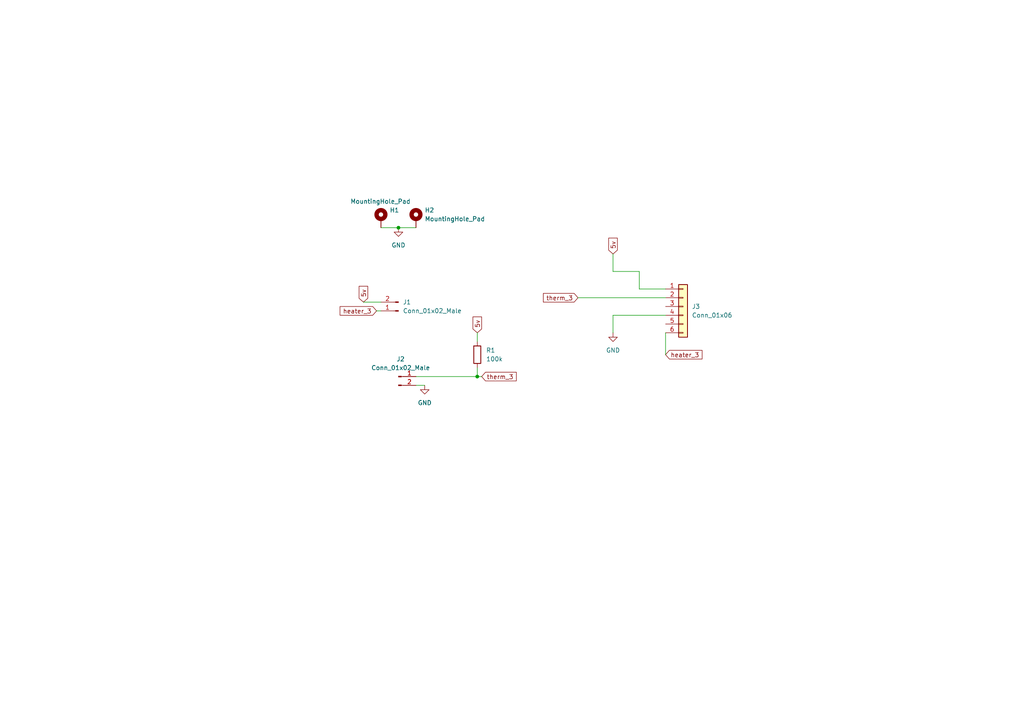
<source format=kicad_sch>
(kicad_sch (version 20230121) (generator eeschema)
  (paper "A4")
  (lib_symbols
    (symbol "Connector:Conn_01x02_Male" (pin_names (offset 1.016) hide)
      (property "Reference" "J" (at 0 2.54 0))
      (property "Value" "Conn_01x02_Male" (at 0 -5.08 0))
      (symbol "Conn_01x02_Male_1_1"
        (polyline (pts (xy 1.27 -2.54) (xy 0.8636 -2.54)) (stroke (width 0.1524)))
        (polyline (pts (xy 1.27 0) (xy 0.8636 0)) (stroke (width 0.1524)))
        (rectangle (start 0.8636 -2.413) (end 0 -2.667) (stroke (width 0.1524)) (fill (type outline)))
        (rectangle (start 0.8636 0.127) (end 0 -0.127) (stroke (width 0.1524)) (fill (type outline)))
        (pin passive line (at 5.08 0 180) (length 3.81) (name "Pin_1") (number "1"))
        (pin passive line (at 5.08 -2.54 180) (length 3.81) (name "Pin_2") (number "2"))
      )
    )
    (symbol "Connector_Generic:Conn_01x06" (pin_names (offset 1.016) hide)
      (property "Reference" "J" (at 0 7.62 0))
      (property "Value" "Conn_01x06" (at 0 -10.16 0))
      (symbol "Conn_01x06_1_1"
        (rectangle (start -1.27 -7.493) (end 0 -7.747) (stroke (width 0.1524)))
        (rectangle (start -1.27 -4.953) (end 0 -5.207) (stroke (width 0.1524)))
        (rectangle (start -1.27 -2.413) (end 0 -2.667) (stroke (width 0.1524)))
        (rectangle (start -1.27 0.127) (end 0 -0.127) (stroke (width 0.1524)))
        (rectangle (start -1.27 2.667) (end 0 2.413) (stroke (width 0.1524)))
        (rectangle (start -1.27 5.207) (end 0 4.953) (stroke (width 0.1524)))
        (rectangle (start -1.27 6.35) (end 1.27 -8.89) (stroke (width 0.254)) (fill (type background)))
        (pin passive line (at -5.08 5.08 0) (length 3.81) (name "Pin_1") (number "1"))
        (pin passive line (at -5.08 2.54 0) (length 3.81) (name "Pin_2") (number "2"))
        (pin passive line (at -5.08 0 0) (length 3.81) (name "Pin_3") (number "3"))
        (pin passive line (at -5.08 -2.54 0) (length 3.81) (name "Pin_4") (number "4"))
        (pin passive line (at -5.08 -5.08 0) (length 3.81) (name "Pin_5") (number "5"))
        (pin passive line (at -5.08 -7.62 0) (length 3.81) (name "Pin_6") (number "6"))
      )
    )
    (symbol "Device:R" (pin_numbers hide) (pin_names (offset 0))
      (property "Reference" "R" (at 2.032 0 90))
      (property "Value" "R" (at 0 0 90))
      (symbol "R_0_1"
        (rectangle (start -1.016 -2.54) (end 1.016 2.54) (stroke (width 0.254)))
      )
      (symbol "R_1_1"
        (pin passive line (at 0 3.81 270) (length 1.27) (name "~") (number "1"))
        (pin passive line (at 0 -3.81 90) (length 1.27) (name "~") (number "2"))
      )
    )
    (symbol "Mechanical:MountingHole_Pad" (pin_numbers hide) (pin_names (offset 1.016) hide)
      (property "Reference" "H" (at 0 6.35 0))
      (property "Value" "MountingHole_Pad" (at 0 4.445 0))
      (symbol "MountingHole_Pad_0_1"
        (circle (center 0 1.27) (radius 1.27) (stroke (width 1.27)))
      )
      (symbol "MountingHole_Pad_1_1"
        (pin input line (at 0 -2.54 90) (length 2.54) (name "1") (number "1"))
      )
    )
    (symbol "power:GND" (power) (pin_names (offset 0))
      (property "Value" "GND" (at 0 -3.81 0))
      (symbol "GND_0_1"
        (polyline (pts (xy 0 0) (xy 0 -1.27) (xy 1.27 -1.27) (xy 0 -2.54) (xy -1.27 -1.27) (xy 0 -1.27)))
      )
      (symbol "GND_1_1"
        (pin power_in line (at 0 0 270) (length 0) hide (name "GND") (number "1"))
      )
    )
  )
  (junction (at 138.43 109.22))
  (junction (at 115.57 66.04))
  (wire (pts (xy 177.8 73.66) (xy 177.8 78.74)))
  (wire (pts (xy 138.43 109.22) (xy 139.7 109.22)))
  (wire (pts (xy 177.8 91.44) (xy 177.8 96.52)))
  (wire (pts (xy 177.8 91.44) (xy 193.04 91.44)))
  (wire (pts (xy 120.65 111.76) (xy 123.19 111.76)))
  (wire (pts (xy 109.22 90.17) (xy 110.49 90.17)))
  (wire (pts (xy 138.43 96.52) (xy 138.43 99.06)))
  (wire (pts (xy 177.8 78.74) (xy 185.42 78.74)))
  (wire (pts (xy 193.04 96.52) (xy 193.04 102.87)))
  (wire (pts (xy 138.43 109.22) (xy 138.43 106.68)))
  (wire (pts (xy 115.57 66.04) (xy 120.65 66.04)))
  (wire (pts (xy 105.41 87.63) (xy 110.49 87.63)))
  (wire (pts (xy 185.42 83.82) (xy 193.04 83.82)))
  (wire (pts (xy 185.42 78.74) (xy 185.42 83.82)))
  (wire (pts (xy 167.64 86.36) (xy 193.04 86.36)))
  (wire (pts (xy 138.43 109.22) (xy 120.65 109.22)))
  (wire (pts (xy 110.49 66.04) (xy 115.57 66.04)))
  (global_label "5v" (shape input) (at 105.41 87.63 90) (property "Intersheetrefs" "${INTERSHEET_REFS}" (effects hide)))
  (global_label "5v" (shape input) (at 138.43 96.52 90) (property "Intersheetrefs" "${INTERSHEET_REFS}" (effects hide)))
  (global_label "5v" (shape input) (at 177.8 73.66 90) (property "Intersheetrefs" "${INTERSHEET_REFS}" (effects hide)))
  (global_label "therm_3" (shape input) (at 139.7 109.22 0) (property "Intersheetrefs" "${INTERSHEET_REFS}" (effects hide)))
  (global_label "heater_3" (shape input) (at 109.22 90.17 180) (property "Intersheetrefs" "${INTERSHEET_REFS}" (effects hide)))
  (global_label "therm_3" (shape input) (at 167.64 86.36 180) (property "Intersheetrefs" "${INTERSHEET_REFS}" (effects hide)))
  (global_label "heater_3" (shape input) (at 193.04 102.87 0) (property "Intersheetrefs" "${INTERSHEET_REFS}" (effects hide)))
  (symbol (lib_id "Connector:Conn_01x02_Male") (at 115.57 109.22 0) (unit 1)
    (property "Reference" "J2" (at 116.205 104.14 0))
    (property "Value" "Conn_01x02_Male" (at 116.205 106.68 0))
    (property "Footprint" "Connector_JST:JST_XH_B2B-XH-A_1x02_P2.50mm_Vertical" (effects hide))
  )
  (symbol (lib_id "Device:R") (at 138.43 102.87 0) (unit 1)
    (property "Reference" "R1" (at 140.97 101.6 0) (effects (justify left)))
    (property "Value" "100k" (at 140.97 104.14 0) (effects (justify left)))
    (property "Footprint" "Resistor_SMD:R_0402_1005Metric" (effects hide))
  )
  (symbol (lib_id "Connector_Generic:Conn_01x06") (at 198.12 88.9 0) (unit 1)
    (property "Reference" "J3" (at 200.66 88.9 0) (effects (justify left)))
    (property "Value" "Conn_01x06" (at 200.66 91.44 0) (effects (justify left)))
    (property "Footprint" "ffc_conn:horizontal" (effects hide))
  )
  (symbol (lib_id "power:GND") (at 177.8 96.52 0) (unit 1)
    (property "Reference" "#PWR01" (effects hide))
    (property "Value" "GND" (at 177.8 101.6 0))
  )
  (symbol (lib_id "Mechanical:MountingHole_Pad") (at 120.65 63.5 0) (unit 1)
    (property "Reference" "H2" (at 123.19 60.96 0) (effects (justify left)))
    (property "Value" "MountingHole_Pad" (at 123.19 63.5 0) (effects (justify left)))
    (property "Footprint" "MountingHole:MountingHole_2.5mm_Pad" (effects hide))
  )
  (symbol (lib_id "Mechanical:MountingHole_Pad") (at 110.49 63.5 0) (unit 1)
    (property "Reference" "H1" (at 113.03 60.96 0) (effects (justify left)))
    (property "Value" "MountingHole_Pad" (at 101.6 58.42 0) (effects (justify left)))
    (property "Footprint" "MountingHole:MountingHole_2.5mm_Pad" (effects hide))
  )
  (symbol (lib_id "power:GND") (at 115.57 66.04 0) (unit 1)
    (property "Reference" "#PWR03" (effects hide))
    (property "Value" "GND" (at 115.57 71.12 0))
  )
  (symbol (lib_id "power:GND") (at 123.19 111.76 0) (unit 1)
    (property "Reference" "#PWR04" (effects hide))
    (property "Value" "GND" (at 123.19 116.84 0))
  )
  (symbol (lib_id "Connector:Conn_01x02_Male") (at 115.57 90.17 180) (unit 1)
    (property "Reference" "J1" (at 116.84 87.6299 0) (effects (justify right)))
    (property "Value" "Conn_01x02_Male" (at 116.84 90.1699 0) (effects (justify right)))
    (property "Footprint" "Connector_JST:JST_XH_B2B-XH-A_1x02_P2.50mm_Vertical" (effects hide))
  )
)
</source>
